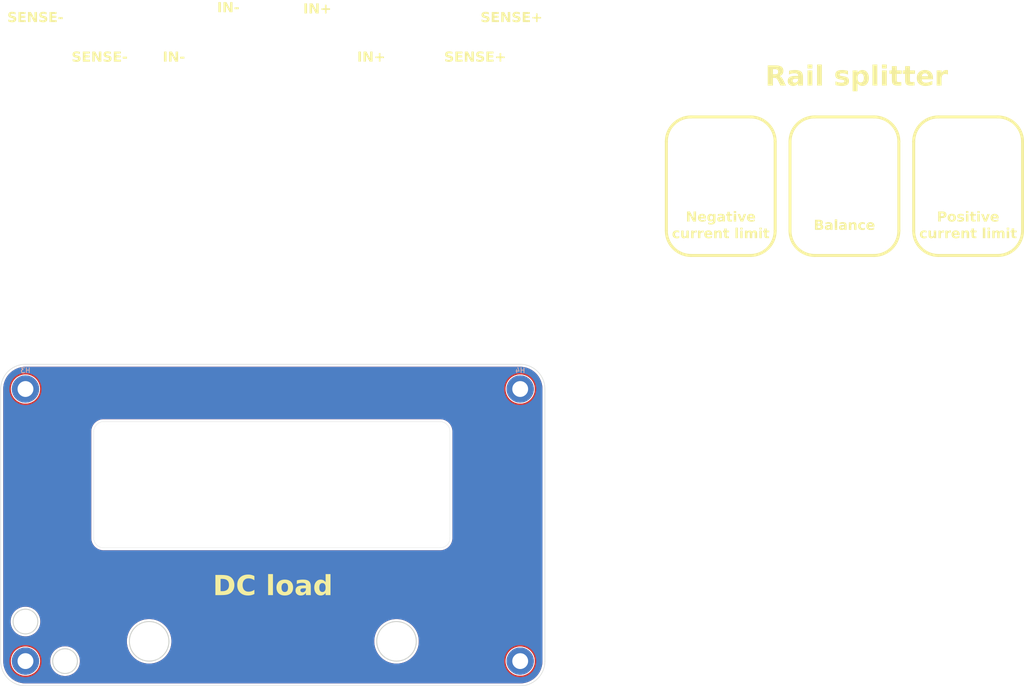
<source format=kicad_pcb>
(kicad_pcb (version 20241229) (generator "pcbnew") (generator_version "9.0")
  (layers (0 "F.Cu" signal) (2 "B.Cu" signal) (13 "F.Paste" user) (15 "B.Paste" user) (5 "F.SilkS" user "F.Silkscreen") (7 "B.SilkS" user "B.Silkscreen") (1 "F.Mask" user) (3 "B.Mask" user) (25 "Edge.Cuts" user))
  (net 0 "")
  (net 1 "GND")
  (net 2 "3V3")
  (footprint "DC_load:M3_hole_with_spacer" (layer "B.Cu") (at 55 190 180)
    (property "Reference" "H1" (hide yes))
    (property "Value" "MountingHole" (hide yes))
    (pad "1" thru_hole circle (at 0 0 180) (size 3.6 3.6) (drill 3.2) (layers "*.Cu" "*.Mask"))
    (pad "1" connect circle (at 0 0 180) (size 5.5 5.5) (layers "F.Cu" "F.Mask"))
    (pad "1" connect circle (at 0 0 180) (size 5.5 5.5) (layers "B.Cu" "B.Mask"))
  )
  (footprint "DC_load:M3_hole_with_spacer" (layer "B.Cu") (at 155 135 180)
    (property "Reference" "H4" (at 0 3.75 0) (layer "B.SilkS") (effects (justify mirror)))
    (property "Value" "MountingHole")
    (pad "1" thru_hole circle (at 0 0 180) (size 3.6 3.6) (drill 3.2) (layers "*.Cu" "*.Mask"))
    (pad "1" connect circle (at 0 0 180) (size 5.5 5.5) (layers "F.Cu" "F.Mask"))
    (pad "1" connect circle (at 0 0 180) (size 5.5 5.5) (layers "B.Cu" "B.Mask"))
  )
  (footprint "DC_load:M3_hole_with_spacer" (layer "B.Cu") (at 155 190 180)
    (property "Reference" "H2" (hide yes))
    (property "Value" "MountingHole" (hide yes))
    (pad "1" thru_hole circle (at 0 0 180) (size 3.6 3.6) (drill 3.2) (layers "*.Cu" "*.Mask"))
    (pad "1" connect circle (at 0 0 180) (size 5.5 5.5) (layers "F.Cu" "F.Mask"))
    (pad "1" connect circle (at 0 0 180) (size 5.5 5.5) (layers "B.Cu" "B.Mask"))
  )
  (footprint "DC_load:M3_hole_with_spacer" (layer "B.Cu") (at 55 135 180)
    (property "Reference" "H3" (at 0 3.75 0) (layer "B.SilkS") (effects (justify mirror)))
    (property "Value" "MountingHole")
    (pad "1" thru_hole circle (at 0 0 180) (size 3.6 3.6) (drill 3.2) (layers "*.Cu" "*.Mask"))
    (pad "1" connect circle (at 0 0 180) (size 5.5 5.5) (layers "F.Cu" "F.Mask"))
    (pad "1" connect circle (at 0 0 180) (size 5.5 5.5) (layers "B.Cu" "B.Mask"))
  )
  (gr_line (start 234.54 85) (end 234.54 103) (stroke (width 0.6)) (layer "F.SilkS"))
  (gr_arc (start 206.54 103) (mid 205.075534 106.535534) (end 201.54 108) (stroke (width 0.6)) (layer "F.SilkS"))
  (gr_arc (start 231.54 103) (mid 230.075534 106.535534) (end 226.54 108) (stroke (width 0.6)) (layer "F.SilkS"))
  (gr_arc (start 201.54 80) (mid 205.075534 81.464466) (end 206.54 85) (stroke (width 0.6)) (layer "F.SilkS"))
  (gr_arc (start 184.54 85) (mid 186.004466 81.464466) (end 189.54 80) (stroke (width 0.6)) (layer "F.SilkS"))
  (gr_line (start 239.54 108) (end 251.54 108) (stroke (width 0.6)) (layer "F.SilkS"))
  (gr_arc (start 234.54 85) (mid 236.004466 81.464466) (end 239.54 80) (stroke (width 0.6)) (layer "F.SilkS"))
  (gr_arc (start 189.54 108) (mid 186.004466 106.535534) (end 184.54 103) (stroke (width 0.6)) (layer "F.SilkS"))
  (gr_arc (start 251.54 80) (mid 255.075534 81.464466) (end 256.54 85) (stroke (width 0.6)) (layer "F.SilkS"))
  (gr_arc (start 214.54 108) (mid 211.004466 106.535534) (end 209.54 103) (stroke (width 0.6)) (layer "F.SilkS"))
  (gr_line (start 189.54 108) (end 201.54 108) (stroke (width 0.6)) (layer "F.SilkS"))
  (gr_arc (start 209.54 85) (mid 211.004466 81.464466) (end 214.54 80) (stroke (width 0.6)) (layer "F.SilkS"))
  (gr_arc (start 239.54 108) (mid 236.004466 106.535534) (end 234.54 103) (stroke (width 0.6)) (layer "F.SilkS"))
  (gr_line (start 184.54 85) (end 184.54 103) (stroke (width 0.6)) (layer "F.SilkS"))
  (gr_line (start 214.54 108) (end 226.54 108) (stroke (width 0.6)) (layer "F.SilkS"))
  (gr_arc (start 256.54 103) (mid 255.075534 106.535534) (end 251.54 108) (stroke (width 0.6)) (layer "F.SilkS"))
  (gr_line (start 206.54 85) (end 206.54 103) (stroke (width 0.6)) (layer "F.SilkS"))
  (gr_line (start 209.54 85) (end 209.54 103) (stroke (width 0.6)) (layer "F.SilkS"))
  (gr_line (start 201.54 80) (end 189.54 80) (stroke (width 0.6)) (layer "F.SilkS"))
  (gr_line (start 256.54 85) (end 256.54 103) (stroke (width 0.6)) (layer "F.SilkS"))
  (gr_line (start 251.54 80) (end 239.54 80) (stroke (width 0.6)) (layer "F.SilkS"))
  (gr_line (start 231.54 85) (end 231.54 103) (stroke (width 0.6)) (layer "F.SilkS"))
  (gr_arc (start 226.54 80) (mid 230.075534 81.464466) (end 231.54 85) (stroke (width 0.6)) (layer "F.SilkS"))
  (gr_line (start 226.54 80) (end 214.54 80) (stroke (width 0.6)) (layer "F.SilkS"))
  (gr_arc (start 155 130) (mid 158.535533 131.464467) (end 160 135) (stroke (width 0.1)) (layer "Edge.Cuts"))
  (gr_arc (start 68.8 143.6) (mid 69.385786 142.185786) (end 70.8 141.6) (stroke (width 0.05)) (layer "Edge.Cuts"))
  (gr_line (start 140.8 143.6) (end 140.8 165.1) (stroke (width 0.05)) (layer "Edge.Cuts"))
  (gr_circle (center 55 182) (end 57.5 182) (stroke (width 0.2)) (fill no) (layer "Edge.Cuts"))
  (gr_circle (center 63 190) (end 65.5 190) (stroke (width 0.2)) (fill no) (layer "Edge.Cuts"))
  (gr_arc (start 140.8 165.1) (mid 140.214214 166.514214) (end 138.8 167.1) (stroke (width 0.05)) (layer "Edge.Cuts"))
  (gr_line (start 155 130) (end 55 130) (stroke (width 0.1)) (layer "Edge.Cuts"))
  (gr_line (start 55 195) (end 155 195) (stroke (width 0.1)) (layer "Edge.Cuts"))
  (gr_line (start 160 190) (end 160 135) (stroke (width 0.1)) (layer "Edge.Cuts"))
  (gr_arc (start 55 195) (mid 51.464467 193.535533) (end 50 190) (stroke (width 0.1)) (layer "Edge.Cuts"))
  (gr_line (start 70.8 141.6) (end 138.8 141.6) (stroke (width 0.05)) (layer "Edge.Cuts"))
  (gr_line (start 68.8 165.1) (end 68.8 143.6) (stroke (width 0.05)) (layer "Edge.Cuts"))
  (gr_line (start 50 135) (end 50 190) (stroke (width 0.1)) (layer "Edge.Cuts"))
  (gr_circle (center 80 186) (end 84 186) (stroke (width 0.2)) (fill no) (layer "Edge.Cuts"))
  (gr_arc (start 50 135) (mid 51.464466 131.464466) (end 55 130) (stroke (width 0.1)) (layer "Edge.Cuts"))
  (gr_circle (center 130 186) (end 134 186) (stroke (width 0.2)) (fill no) (layer "Edge.Cuts"))
  (gr_line (start 138.8 167.1) (end 70.8 167.1) (stroke (width 0.05)) (layer "Edge.Cuts"))
  (gr_arc (start 138.8 141.6) (mid 140.214214 142.185786) (end 140.8 143.6) (stroke (width 0.05)) (layer "Edge.Cuts"))
  (gr_arc (start 70.8 167.1) (mid 69.385786 166.514214) (end 68.8 165.1) (stroke (width 0.05)) (layer "Edge.Cuts"))
  (gr_arc (start 160 190) (mid 158.535534 193.535534) (end 155 195) (stroke (width 0.1)) (layer "Edge.Cuts"))
  (gr_text "SENSE-\n" (at 57 60 0) (layer "F.SilkS") (effects (font (size 2 2) (thickness 0.2) (bold yes))))
  (gr_text "IN+" (at 124.9 68 0) (layer "F.SilkS") (effects (font (size 2 2) (thickness 0.2) (bold yes))))
  (gr_text "DC load" (at 105 175 0) (layer "F.SilkS") (effects (font (size 4 4) (thickness 0.2) (bold yes))))
  (gr_text "IN-" (at 96 58 0) (layer "F.SilkS") (effects (font (size 2 2) (thickness 0.2) (bold yes))))
  (gr_text "SENSE-\n" (at 70 68 0) (layer "F.SilkS") (effects (font (size 2 2) (thickness 0.2) (bold yes))))
  (gr_text "IN+" (at 114 58.25 0) (layer "F.SilkS") (effects (font (size 2 2) (thickness 0.2) (bold yes))))
  (gr_text "IN-" (at 85 68 0) (layer "F.SilkS") (effects (font (size 2 2) (thickness 0.2) (bold yes))))
  (gr_text "Rail splitter\n" (at 223 72 0) (layer "F.SilkS") (effects (font (size 4 4) (thickness 0.2) (bold yes))))
  (gr_text "SENSE+\n" (at 145.9 68 0) (layer "F.SilkS") (effects (font (size 2 2) (thickness 0.2) (bold yes))))
  (gr_text "SENSE+\n" (at 153.25 60 0) (layer "F.SilkS") (effects (font (size 2 2) (thickness 0.2) (bold yes))))
  (gr_text "Balance" (at 220.54 102 0) (layer "F.SilkS") (effects (font (size 2 2) (thickness 0.2) (bold yes))))
  (gr_text "Negative\ncurrent limit" (at 195.539997 101.999997 0) (layer "F.SilkS") (effects (font (size 2 2) (thickness 0.2) (bold yes))))
  (gr_text "Positive\ncurrent limit\n" (at 245.54 102 0) (layer "F.SilkS") (effects (font (size 2 2) (thickness 0.2) (bold yes))))
  (zone (net 2) (net_name "3V3") (layer "F.Cu") (priority 1) (connect_pads yes (clearance 0.2)) (min_thickness 0.25) (fill yes (thermal_gap 0.5) (thermal_bridge_width 0.5) (island_removal_mode 2) (island_area_min 10))
    (polygon (pts (xy 50 129.993805) (xy 50 195) (xy 160 195) (xy 160 129.993805)))
  )
  (zone (net 1) (net_name "GND") (layers "F.Cu" "B.Cu") (connect_pads (clearance 0.5)) (min_thickness 0.25) (fill yes (thermal_gap 0.5) (thermal_bridge_width 0.5))
    (polygon (pts (xy 50 130) (xy 160 130) (xy 160 195) (xy 50 195)))
  )
)
</source>
